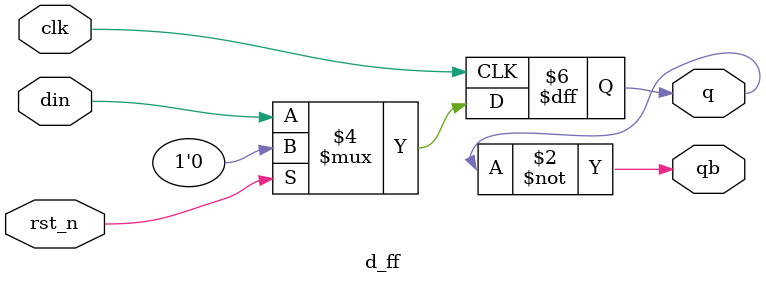
<source format=v>
`timescale 1ns / 1ps
module siso(q,qb,din,clk,rst_n);
output q,qb;
input din;
input clk;
input rst_n;
wire q1,q2,q3,qb1,qb2,qb3;
d_ff d1(q1,qb1,din,clk,rst_n);
d_ff d2(q2,qb2,q1,clk,rst_n);
d_ff d3(q3,qb3,q2,clk,rst_n);
d_ff d4(q,qb,q3,clk,rst_n);
endmodule

module d_ff(q,qb,din,clk,rst_n);
output reg q;
output qb;
input din,clk,rst_n;
//always @(posedge clk or negedge rst_n)
always @(posedge clk)
if(rst_n)
begin
q<=0;
end
else
begin
q<=din;
end
assign qb=~q;
endmodule

</source>
